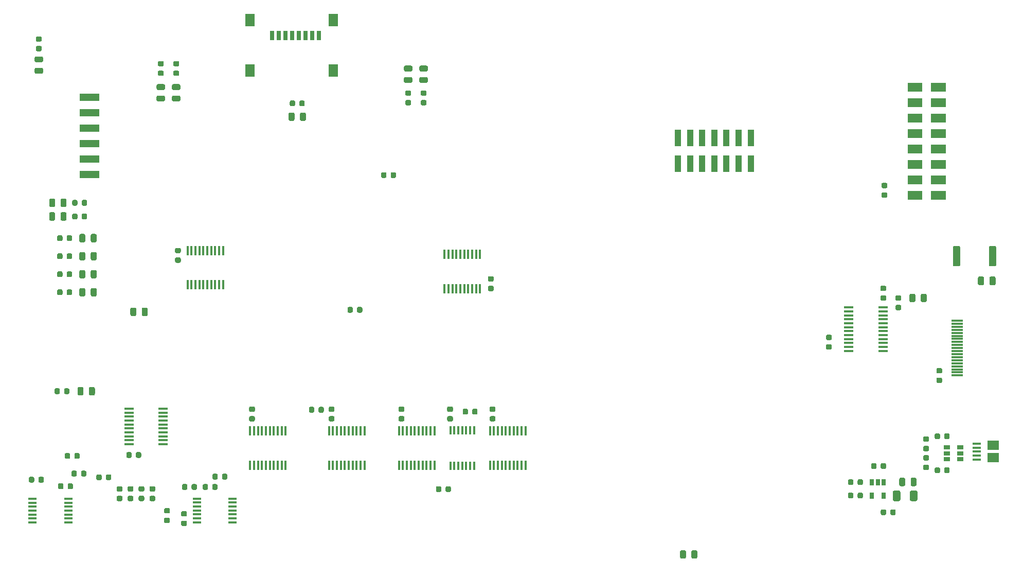
<source format=gbr>
G04 #@! TF.GenerationSoftware,KiCad,Pcbnew,5.1.9+dfsg1-1~bpo10+1*
G04 #@! TF.CreationDate,2022-11-13T14:05:17+01:00*
G04 #@! TF.ProjectId,nubus-to-ztex,6e756275-732d-4746-9f2d-7a7465782e6b,rev?*
G04 #@! TF.SameCoordinates,Original*
G04 #@! TF.FileFunction,Paste,Top*
G04 #@! TF.FilePolarity,Positive*
%FSLAX46Y46*%
G04 Gerber Fmt 4.6, Leading zero omitted, Abs format (unit mm)*
G04 Created by KiCad (PCBNEW 5.1.9+dfsg1-1~bpo10+1) date 2022-11-13 14:05:17*
%MOMM*%
%LPD*%
G01*
G04 APERTURE LIST*
%ADD10C,0.010000*%
%ADD11R,3.180000X1.270000*%
%ADD12R,2.240000X1.420010*%
%ADD13R,2.340000X1.420010*%
%ADD14R,1.000000X2.750000*%
%ADD15R,1.550000X0.450000*%
%ADD16R,0.450000X1.550000*%
%ADD17R,0.800000X1.500000*%
%ADD18R,1.500000X2.050000*%
%ADD19R,0.450000X1.450000*%
%ADD20R,1.450000X0.450000*%
%ADD21R,1.570000X0.410000*%
%ADD22R,1.900000X1.500000*%
%ADD23R,1.350000X0.400000*%
%ADD24R,0.650000X1.060000*%
%ADD25R,1.060000X0.650000*%
%ADD26R,1.900000X0.300000*%
G04 APERTURE END LIST*
D10*
G36*
X264031000Y-18399990D02*
G01*
X264031000Y-19820010D01*
X261691000Y-19820010D01*
X261691000Y-18399990D01*
X264031000Y-18399990D01*
G37*
X264031000Y-18399990D02*
X264031000Y-19820010D01*
X261691000Y-19820010D01*
X261691000Y-18399990D01*
X264031000Y-18399990D01*
G36*
X260120000Y-18399990D02*
G01*
X260120000Y-19820010D01*
X257880000Y-19820010D01*
X257880000Y-18399990D01*
X260120000Y-18399990D01*
G37*
X260120000Y-18399990D02*
X260120000Y-19820010D01*
X257880000Y-19820010D01*
X257880000Y-18399990D01*
X260120000Y-18399990D01*
G36*
X264031000Y-20939990D02*
G01*
X264031000Y-22360010D01*
X261691000Y-22360010D01*
X261691000Y-20939990D01*
X264031000Y-20939990D01*
G37*
X264031000Y-20939990D02*
X264031000Y-22360010D01*
X261691000Y-22360010D01*
X261691000Y-20939990D01*
X264031000Y-20939990D01*
G36*
X260120000Y-20939990D02*
G01*
X260120000Y-22360010D01*
X257880000Y-22360010D01*
X257880000Y-20939990D01*
X260120000Y-20939990D01*
G37*
X260120000Y-20939990D02*
X260120000Y-22360010D01*
X257880000Y-22360010D01*
X257880000Y-20939990D01*
X260120000Y-20939990D01*
G36*
X264031000Y-23479990D02*
G01*
X264031000Y-24900010D01*
X261691000Y-24900010D01*
X261691000Y-23479990D01*
X264031000Y-23479990D01*
G37*
X264031000Y-23479990D02*
X264031000Y-24900010D01*
X261691000Y-24900010D01*
X261691000Y-23479990D01*
X264031000Y-23479990D01*
G36*
X260120000Y-23479990D02*
G01*
X260120000Y-24900010D01*
X257880000Y-24900010D01*
X257880000Y-23479990D01*
X260120000Y-23479990D01*
G37*
X260120000Y-23479990D02*
X260120000Y-24900010D01*
X257880000Y-24900010D01*
X257880000Y-23479990D01*
X260120000Y-23479990D01*
G36*
X264031000Y-26019990D02*
G01*
X264031000Y-27440006D01*
X261691000Y-27440006D01*
X261691000Y-26019990D01*
X264031000Y-26019990D01*
G37*
X264031000Y-26019990D02*
X264031000Y-27440006D01*
X261691000Y-27440006D01*
X261691000Y-26019990D01*
X264031000Y-26019990D01*
G36*
X260120000Y-26019990D02*
G01*
X260120000Y-27440006D01*
X257880000Y-27440006D01*
X257880000Y-26019990D01*
X260120000Y-26019990D01*
G37*
X260120000Y-26019990D02*
X260120000Y-27440006D01*
X257880000Y-27440006D01*
X257880000Y-26019990D01*
X260120000Y-26019990D01*
G36*
X264031000Y-28559994D02*
G01*
X264031000Y-29980010D01*
X261691000Y-29980010D01*
X261691000Y-28559994D01*
X264031000Y-28559994D01*
G37*
X264031000Y-28559994D02*
X264031000Y-29980010D01*
X261691000Y-29980010D01*
X261691000Y-28559994D01*
X264031000Y-28559994D01*
G36*
X260120000Y-28559994D02*
G01*
X260120000Y-29980010D01*
X257880000Y-29980010D01*
X257880000Y-28559994D01*
X260120000Y-28559994D01*
G37*
X260120000Y-28559994D02*
X260120000Y-29980010D01*
X257880000Y-29980010D01*
X257880000Y-28559994D01*
X260120000Y-28559994D01*
G36*
X264031000Y-31099990D02*
G01*
X264031000Y-32520010D01*
X261691000Y-32520010D01*
X261691000Y-31099990D01*
X264031000Y-31099990D01*
G37*
X264031000Y-31099990D02*
X264031000Y-32520010D01*
X261691000Y-32520010D01*
X261691000Y-31099990D01*
X264031000Y-31099990D01*
G36*
X260120000Y-31099990D02*
G01*
X260120000Y-32520010D01*
X257880000Y-32520010D01*
X257880000Y-31099990D01*
X260120000Y-31099990D01*
G37*
X260120000Y-31099990D02*
X260120000Y-32520010D01*
X257880000Y-32520010D01*
X257880000Y-31099990D01*
X260120000Y-31099990D01*
G36*
X264031000Y-33639990D02*
G01*
X264031000Y-35060010D01*
X261691000Y-35060010D01*
X261691000Y-33639990D01*
X264031000Y-33639990D01*
G37*
X264031000Y-33639990D02*
X264031000Y-35060010D01*
X261691000Y-35060010D01*
X261691000Y-33639990D01*
X264031000Y-33639990D01*
G36*
X260120000Y-33639990D02*
G01*
X260120000Y-35060010D01*
X257880000Y-35060010D01*
X257880000Y-33639990D01*
X260120000Y-33639990D01*
G37*
X260120000Y-33639990D02*
X260120000Y-35060010D01*
X257880000Y-35060010D01*
X257880000Y-33639990D01*
X260120000Y-33639990D01*
G36*
X264031000Y-36179990D02*
G01*
X264031000Y-37600010D01*
X261691000Y-37600010D01*
X261691000Y-36179990D01*
X264031000Y-36179990D01*
G37*
X264031000Y-36179990D02*
X264031000Y-37600010D01*
X261691000Y-37600010D01*
X261691000Y-36179990D01*
X264031000Y-36179990D01*
G36*
X260120000Y-36179990D02*
G01*
X260120000Y-37600010D01*
X257880000Y-37600010D01*
X257880000Y-36179990D01*
X260120000Y-36179990D01*
G37*
X260120000Y-36179990D02*
X260120000Y-37600010D01*
X257880000Y-37600010D01*
X257880000Y-36179990D01*
X260120000Y-36179990D01*
G36*
G01*
X266487500Y-45505000D02*
X266487500Y-48355000D01*
G75*
G02*
X266237500Y-48605000I-250000J0D01*
G01*
X265512500Y-48605000D01*
G75*
G02*
X265262500Y-48355000I0J250000D01*
G01*
X265262500Y-45505000D01*
G75*
G02*
X265512500Y-45255000I250000J0D01*
G01*
X266237500Y-45255000D01*
G75*
G02*
X266487500Y-45505000I0J-250000D01*
G01*
G37*
G36*
G01*
X272412500Y-45505000D02*
X272412500Y-48355000D01*
G75*
G02*
X272162500Y-48605000I-250000J0D01*
G01*
X271437500Y-48605000D01*
G75*
G02*
X271187500Y-48355000I0J250000D01*
G01*
X271187500Y-45505000D01*
G75*
G02*
X271437500Y-45255000I250000J0D01*
G01*
X272162500Y-45255000D01*
G75*
G02*
X272412500Y-45505000I0J-250000D01*
G01*
G37*
G36*
G01*
X270400000Y-50525000D02*
X270400000Y-51475000D01*
G75*
G02*
X270150000Y-51725000I-250000J0D01*
G01*
X269650000Y-51725000D01*
G75*
G02*
X269400000Y-51475000I0J250000D01*
G01*
X269400000Y-50525000D01*
G75*
G02*
X269650000Y-50275000I250000J0D01*
G01*
X270150000Y-50275000D01*
G75*
G02*
X270400000Y-50525000I0J-250000D01*
G01*
G37*
G36*
G01*
X272300000Y-50525000D02*
X272300000Y-51475000D01*
G75*
G02*
X272050000Y-51725000I-250000J0D01*
G01*
X271550000Y-51725000D01*
G75*
G02*
X271300000Y-51475000I0J250000D01*
G01*
X271300000Y-50525000D01*
G75*
G02*
X271550000Y-50275000I250000J0D01*
G01*
X272050000Y-50275000D01*
G75*
G02*
X272300000Y-50525000I0J-250000D01*
G01*
G37*
D11*
X123136000Y-20828000D03*
X123136000Y-23368000D03*
X123136000Y-25908000D03*
X123136000Y-28448000D03*
X123136000Y-30988000D03*
X123136000Y-33528000D03*
D12*
X259000000Y-36890000D03*
D13*
X262861000Y-36890000D03*
D12*
X259000000Y-34350000D03*
D13*
X262861000Y-34350000D03*
D12*
X259000000Y-31810000D03*
D13*
X262861000Y-31810000D03*
D12*
X259000000Y-29270000D03*
D13*
X262861000Y-29270000D03*
D12*
X259000000Y-26730000D03*
D13*
X262861000Y-26730000D03*
D12*
X259000000Y-24190000D03*
D13*
X262861000Y-24190000D03*
D12*
X259000000Y-21650000D03*
D13*
X262861000Y-21650000D03*
D12*
X259000000Y-19110000D03*
D13*
X262861000Y-19110000D03*
D14*
X220000000Y-31720000D03*
X220000000Y-27460000D03*
X222000000Y-31720000D03*
X222000000Y-27460000D03*
X224000000Y-31720000D03*
X224000000Y-27460000D03*
X226000000Y-31720000D03*
X226000000Y-27460000D03*
X228000000Y-31720000D03*
X228000000Y-27460000D03*
X230000000Y-31720000D03*
X230000000Y-27460000D03*
X232000000Y-31720000D03*
X232000000Y-27460000D03*
G36*
G01*
X129215000Y-79896250D02*
X129215000Y-79383750D01*
G75*
G02*
X129433750Y-79165000I218750J0D01*
G01*
X129871250Y-79165000D01*
G75*
G02*
X130090000Y-79383750I0J-218750D01*
G01*
X130090000Y-79896250D01*
G75*
G02*
X129871250Y-80115000I-218750J0D01*
G01*
X129433750Y-80115000D01*
G75*
G02*
X129215000Y-79896250I0J218750D01*
G01*
G37*
G36*
G01*
X130790000Y-79896250D02*
X130790000Y-79383750D01*
G75*
G02*
X131008750Y-79165000I218750J0D01*
G01*
X131446250Y-79165000D01*
G75*
G02*
X131665000Y-79383750I0J-218750D01*
G01*
X131665000Y-79896250D01*
G75*
G02*
X131446250Y-80115000I-218750J0D01*
G01*
X131008750Y-80115000D01*
G75*
G02*
X130790000Y-79896250I0J218750D01*
G01*
G37*
D15*
X135250000Y-77865000D03*
X135250000Y-77215000D03*
X135250000Y-76565000D03*
X135250000Y-75915000D03*
X135250000Y-75265000D03*
X135250000Y-74615000D03*
X135250000Y-73965000D03*
X135250000Y-73315000D03*
X135250000Y-72665000D03*
X135250000Y-72015000D03*
X129650000Y-72015000D03*
X129650000Y-72665000D03*
X129650000Y-73315000D03*
X129650000Y-73965000D03*
X129650000Y-74615000D03*
X129650000Y-75265000D03*
X129650000Y-75915000D03*
X129650000Y-76565000D03*
X129650000Y-77215000D03*
X129650000Y-77865000D03*
G36*
G01*
X189467621Y-52687953D02*
X188955121Y-52687953D01*
G75*
G02*
X188736371Y-52469203I0J218750D01*
G01*
X188736371Y-52031703D01*
G75*
G02*
X188955121Y-51812953I218750J0D01*
G01*
X189467621Y-51812953D01*
G75*
G02*
X189686371Y-52031703I0J-218750D01*
G01*
X189686371Y-52469203D01*
G75*
G02*
X189467621Y-52687953I-218750J0D01*
G01*
G37*
G36*
G01*
X189467621Y-51112953D02*
X188955121Y-51112953D01*
G75*
G02*
X188736371Y-50894203I0J218750D01*
G01*
X188736371Y-50456703D01*
G75*
G02*
X188955121Y-50237953I218750J0D01*
G01*
X189467621Y-50237953D01*
G75*
G02*
X189686371Y-50456703I0J-218750D01*
G01*
X189686371Y-50894203D01*
G75*
G02*
X189467621Y-51112953I-218750J0D01*
G01*
G37*
D16*
X187436371Y-46662953D03*
X186786371Y-46662953D03*
X186136371Y-46662953D03*
X185486371Y-46662953D03*
X184836371Y-46662953D03*
X184186371Y-46662953D03*
X183536371Y-46662953D03*
X182886371Y-46662953D03*
X182236371Y-46662953D03*
X181586371Y-46662953D03*
X181586371Y-52262953D03*
X182236371Y-52262953D03*
X182886371Y-52262953D03*
X183536371Y-52262953D03*
X184186371Y-52262953D03*
X184836371Y-52262953D03*
X185486371Y-52262953D03*
X186136371Y-52262953D03*
X186786371Y-52262953D03*
X187436371Y-52262953D03*
G36*
G01*
X254256250Y-37327500D02*
X253743750Y-37327500D01*
G75*
G02*
X253525000Y-37108750I0J218750D01*
G01*
X253525000Y-36671250D01*
G75*
G02*
X253743750Y-36452500I218750J0D01*
G01*
X254256250Y-36452500D01*
G75*
G02*
X254475000Y-36671250I0J-218750D01*
G01*
X254475000Y-37108750D01*
G75*
G02*
X254256250Y-37327500I-218750J0D01*
G01*
G37*
G36*
G01*
X254256250Y-35752500D02*
X253743750Y-35752500D01*
G75*
G02*
X253525000Y-35533750I0J218750D01*
G01*
X253525000Y-35096250D01*
G75*
G02*
X253743750Y-34877500I218750J0D01*
G01*
X254256250Y-34877500D01*
G75*
G02*
X254475000Y-35096250I0J-218750D01*
G01*
X254475000Y-35533750D01*
G75*
G02*
X254256250Y-35752500I-218750J0D01*
G01*
G37*
G36*
G01*
X137866250Y-21485293D02*
X136953750Y-21485293D01*
G75*
G02*
X136710000Y-21241543I0J243750D01*
G01*
X136710000Y-20754043D01*
G75*
G02*
X136953750Y-20510293I243750J0D01*
G01*
X137866250Y-20510293D01*
G75*
G02*
X138110000Y-20754043I0J-243750D01*
G01*
X138110000Y-21241543D01*
G75*
G02*
X137866250Y-21485293I-243750J0D01*
G01*
G37*
G36*
G01*
X137866250Y-19610293D02*
X136953750Y-19610293D01*
G75*
G02*
X136710000Y-19366543I0J243750D01*
G01*
X136710000Y-18879043D01*
G75*
G02*
X136953750Y-18635293I243750J0D01*
G01*
X137866250Y-18635293D01*
G75*
G02*
X138110000Y-18879043I0J-243750D01*
G01*
X138110000Y-19366543D01*
G75*
G02*
X137866250Y-19610293I-243750J0D01*
G01*
G37*
G36*
G01*
X135336250Y-19610293D02*
X134423750Y-19610293D01*
G75*
G02*
X134180000Y-19366543I0J243750D01*
G01*
X134180000Y-18879043D01*
G75*
G02*
X134423750Y-18635293I243750J0D01*
G01*
X135336250Y-18635293D01*
G75*
G02*
X135580000Y-18879043I0J-243750D01*
G01*
X135580000Y-19366543D01*
G75*
G02*
X135336250Y-19610293I-243750J0D01*
G01*
G37*
G36*
G01*
X135336250Y-21485293D02*
X134423750Y-21485293D01*
G75*
G02*
X134180000Y-21241543I0J243750D01*
G01*
X134180000Y-20754043D01*
G75*
G02*
X134423750Y-20510293I243750J0D01*
G01*
X135336250Y-20510293D01*
G75*
G02*
X135580000Y-20754043I0J-243750D01*
G01*
X135580000Y-21241543D01*
G75*
G02*
X135336250Y-21485293I-243750J0D01*
G01*
G37*
G36*
G01*
X124035000Y-68693750D02*
X124035000Y-69606250D01*
G75*
G02*
X123791250Y-69850000I-243750J0D01*
G01*
X123303750Y-69850000D01*
G75*
G02*
X123060000Y-69606250I0J243750D01*
G01*
X123060000Y-68693750D01*
G75*
G02*
X123303750Y-68450000I243750J0D01*
G01*
X123791250Y-68450000D01*
G75*
G02*
X124035000Y-68693750I0J-243750D01*
G01*
G37*
G36*
G01*
X122160000Y-68693750D02*
X122160000Y-69606250D01*
G75*
G02*
X121916250Y-69850000I-243750J0D01*
G01*
X121428750Y-69850000D01*
G75*
G02*
X121185000Y-69606250I0J243750D01*
G01*
X121185000Y-68693750D01*
G75*
G02*
X121428750Y-68450000I243750J0D01*
G01*
X121916250Y-68450000D01*
G75*
G02*
X122160000Y-68693750I0J-243750D01*
G01*
G37*
G36*
G01*
X177687939Y-17461035D02*
X178600439Y-17461035D01*
G75*
G02*
X178844189Y-17704785I0J-243750D01*
G01*
X178844189Y-18192285D01*
G75*
G02*
X178600439Y-18436035I-243750J0D01*
G01*
X177687939Y-18436035D01*
G75*
G02*
X177444189Y-18192285I0J243750D01*
G01*
X177444189Y-17704785D01*
G75*
G02*
X177687939Y-17461035I243750J0D01*
G01*
G37*
G36*
G01*
X177687939Y-15586035D02*
X178600439Y-15586035D01*
G75*
G02*
X178844189Y-15829785I0J-243750D01*
G01*
X178844189Y-16317285D01*
G75*
G02*
X178600439Y-16561035I-243750J0D01*
G01*
X177687939Y-16561035D01*
G75*
G02*
X177444189Y-16317285I0J243750D01*
G01*
X177444189Y-15829785D01*
G75*
G02*
X177687939Y-15586035I243750J0D01*
G01*
G37*
G36*
G01*
X175147939Y-15586035D02*
X176060439Y-15586035D01*
G75*
G02*
X176304189Y-15829785I0J-243750D01*
G01*
X176304189Y-16317285D01*
G75*
G02*
X176060439Y-16561035I-243750J0D01*
G01*
X175147939Y-16561035D01*
G75*
G02*
X174904189Y-16317285I0J243750D01*
G01*
X174904189Y-15829785D01*
G75*
G02*
X175147939Y-15586035I243750J0D01*
G01*
G37*
G36*
G01*
X175147939Y-17461035D02*
X176060439Y-17461035D01*
G75*
G02*
X176304189Y-17704785I0J-243750D01*
G01*
X176304189Y-18192285D01*
G75*
G02*
X176060439Y-18436035I-243750J0D01*
G01*
X175147939Y-18436035D01*
G75*
G02*
X174904189Y-18192285I0J243750D01*
G01*
X174904189Y-17704785D01*
G75*
G02*
X175147939Y-17461035I243750J0D01*
G01*
G37*
G36*
G01*
X134623750Y-14835293D02*
X135136250Y-14835293D01*
G75*
G02*
X135355000Y-15054043I0J-218750D01*
G01*
X135355000Y-15491543D01*
G75*
G02*
X135136250Y-15710293I-218750J0D01*
G01*
X134623750Y-15710293D01*
G75*
G02*
X134405000Y-15491543I0J218750D01*
G01*
X134405000Y-15054043D01*
G75*
G02*
X134623750Y-14835293I218750J0D01*
G01*
G37*
G36*
G01*
X134623750Y-16410293D02*
X135136250Y-16410293D01*
G75*
G02*
X135355000Y-16629043I0J-218750D01*
G01*
X135355000Y-17066543D01*
G75*
G02*
X135136250Y-17285293I-218750J0D01*
G01*
X134623750Y-17285293D01*
G75*
G02*
X134405000Y-17066543I0J218750D01*
G01*
X134405000Y-16629043D01*
G75*
G02*
X134623750Y-16410293I218750J0D01*
G01*
G37*
G36*
G01*
X137163750Y-16410293D02*
X137676250Y-16410293D01*
G75*
G02*
X137895000Y-16629043I0J-218750D01*
G01*
X137895000Y-17066543D01*
G75*
G02*
X137676250Y-17285293I-218750J0D01*
G01*
X137163750Y-17285293D01*
G75*
G02*
X136945000Y-17066543I0J218750D01*
G01*
X136945000Y-16629043D01*
G75*
G02*
X137163750Y-16410293I218750J0D01*
G01*
G37*
G36*
G01*
X137163750Y-14835293D02*
X137676250Y-14835293D01*
G75*
G02*
X137895000Y-15054043I0J-218750D01*
G01*
X137895000Y-15491543D01*
G75*
G02*
X137676250Y-15710293I-218750J0D01*
G01*
X137163750Y-15710293D01*
G75*
G02*
X136945000Y-15491543I0J218750D01*
G01*
X136945000Y-15054043D01*
G75*
G02*
X137163750Y-14835293I218750J0D01*
G01*
G37*
G36*
G01*
X117385000Y-69406250D02*
X117385000Y-68893750D01*
G75*
G02*
X117603750Y-68675000I218750J0D01*
G01*
X118041250Y-68675000D01*
G75*
G02*
X118260000Y-68893750I0J-218750D01*
G01*
X118260000Y-69406250D01*
G75*
G02*
X118041250Y-69625000I-218750J0D01*
G01*
X117603750Y-69625000D01*
G75*
G02*
X117385000Y-69406250I0J218750D01*
G01*
G37*
G36*
G01*
X118960000Y-69406250D02*
X118960000Y-68893750D01*
G75*
G02*
X119178750Y-68675000I218750J0D01*
G01*
X119616250Y-68675000D01*
G75*
G02*
X119835000Y-68893750I0J-218750D01*
G01*
X119835000Y-69406250D01*
G75*
G02*
X119616250Y-69625000I-218750J0D01*
G01*
X119178750Y-69625000D01*
G75*
G02*
X118960000Y-69406250I0J218750D01*
G01*
G37*
G36*
G01*
X178400439Y-20541035D02*
X177887939Y-20541035D01*
G75*
G02*
X177669189Y-20322285I0J218750D01*
G01*
X177669189Y-19884785D01*
G75*
G02*
X177887939Y-19666035I218750J0D01*
G01*
X178400439Y-19666035D01*
G75*
G02*
X178619189Y-19884785I0J-218750D01*
G01*
X178619189Y-20322285D01*
G75*
G02*
X178400439Y-20541035I-218750J0D01*
G01*
G37*
G36*
G01*
X178400439Y-22116035D02*
X177887939Y-22116035D01*
G75*
G02*
X177669189Y-21897285I0J218750D01*
G01*
X177669189Y-21459785D01*
G75*
G02*
X177887939Y-21241035I218750J0D01*
G01*
X178400439Y-21241035D01*
G75*
G02*
X178619189Y-21459785I0J-218750D01*
G01*
X178619189Y-21897285D01*
G75*
G02*
X178400439Y-22116035I-218750J0D01*
G01*
G37*
G36*
G01*
X175860439Y-22116035D02*
X175347939Y-22116035D01*
G75*
G02*
X175129189Y-21897285I0J218750D01*
G01*
X175129189Y-21459785D01*
G75*
G02*
X175347939Y-21241035I218750J0D01*
G01*
X175860439Y-21241035D01*
G75*
G02*
X176079189Y-21459785I0J-218750D01*
G01*
X176079189Y-21897285D01*
G75*
G02*
X175860439Y-22116035I-218750J0D01*
G01*
G37*
G36*
G01*
X175860439Y-20541035D02*
X175347939Y-20541035D01*
G75*
G02*
X175129189Y-20322285I0J218750D01*
G01*
X175129189Y-19884785D01*
G75*
G02*
X175347939Y-19666035I218750J0D01*
G01*
X175860439Y-19666035D01*
G75*
G02*
X176079189Y-19884785I0J-218750D01*
G01*
X176079189Y-20322285D01*
G75*
G02*
X175860439Y-20541035I-218750J0D01*
G01*
G37*
X139275000Y-51600000D03*
X139925000Y-51600000D03*
X140575000Y-51600000D03*
X141225000Y-51600000D03*
X141875000Y-51600000D03*
X142525000Y-51600000D03*
X143175000Y-51600000D03*
X143825000Y-51600000D03*
X144475000Y-51600000D03*
X145125000Y-51600000D03*
X145125000Y-46000000D03*
X144475000Y-46000000D03*
X143825000Y-46000000D03*
X143175000Y-46000000D03*
X142525000Y-46000000D03*
X141875000Y-46000000D03*
X141225000Y-46000000D03*
X140575000Y-46000000D03*
X139925000Y-46000000D03*
X139275000Y-46000000D03*
G36*
G01*
X156115000Y-22056250D02*
X156115000Y-21543750D01*
G75*
G02*
X156333750Y-21325000I218750J0D01*
G01*
X156771250Y-21325000D01*
G75*
G02*
X156990000Y-21543750I0J-218750D01*
G01*
X156990000Y-22056250D01*
G75*
G02*
X156771250Y-22275000I-218750J0D01*
G01*
X156333750Y-22275000D01*
G75*
G02*
X156115000Y-22056250I0J218750D01*
G01*
G37*
G36*
G01*
X157690000Y-22056250D02*
X157690000Y-21543750D01*
G75*
G02*
X157908750Y-21325000I218750J0D01*
G01*
X158346250Y-21325000D01*
G75*
G02*
X158565000Y-21543750I0J-218750D01*
G01*
X158565000Y-22056250D01*
G75*
G02*
X158346250Y-22275000I-218750J0D01*
G01*
X157908750Y-22275000D01*
G75*
G02*
X157690000Y-22056250I0J218750D01*
G01*
G37*
G36*
G01*
X155915000Y-24456250D02*
X155915000Y-23543750D01*
G75*
G02*
X156158750Y-23300000I243750J0D01*
G01*
X156646250Y-23300000D01*
G75*
G02*
X156890000Y-23543750I0J-243750D01*
G01*
X156890000Y-24456250D01*
G75*
G02*
X156646250Y-24700000I-243750J0D01*
G01*
X156158750Y-24700000D01*
G75*
G02*
X155915000Y-24456250I0J243750D01*
G01*
G37*
G36*
G01*
X157790000Y-24456250D02*
X157790000Y-23543750D01*
G75*
G02*
X158033750Y-23300000I243750J0D01*
G01*
X158521250Y-23300000D01*
G75*
G02*
X158765000Y-23543750I0J-243750D01*
G01*
X158765000Y-24456250D01*
G75*
G02*
X158521250Y-24700000I-243750J0D01*
G01*
X158033750Y-24700000D01*
G75*
G02*
X157790000Y-24456250I0J243750D01*
G01*
G37*
D17*
X153230000Y-10680000D03*
X154330000Y-10680000D03*
X155430000Y-10680000D03*
X156530000Y-10680000D03*
X157630000Y-10680000D03*
X158730000Y-10680000D03*
X159830000Y-10680000D03*
X160930000Y-10680000D03*
D18*
X149555000Y-8080000D03*
X149555000Y-16380000D03*
X163305000Y-16380000D03*
X163305000Y-8080000D03*
G36*
G01*
X137443750Y-45575000D02*
X137956250Y-45575000D01*
G75*
G02*
X138175000Y-45793750I0J-218750D01*
G01*
X138175000Y-46231250D01*
G75*
G02*
X137956250Y-46450000I-218750J0D01*
G01*
X137443750Y-46450000D01*
G75*
G02*
X137225000Y-46231250I0J218750D01*
G01*
X137225000Y-45793750D01*
G75*
G02*
X137443750Y-45575000I218750J0D01*
G01*
G37*
G36*
G01*
X137443750Y-47150000D02*
X137956250Y-47150000D01*
G75*
G02*
X138175000Y-47368750I0J-218750D01*
G01*
X138175000Y-47806250D01*
G75*
G02*
X137956250Y-48025000I-218750J0D01*
G01*
X137443750Y-48025000D01*
G75*
G02*
X137225000Y-47806250I0J218750D01*
G01*
X137225000Y-47368750D01*
G75*
G02*
X137443750Y-47150000I218750J0D01*
G01*
G37*
G36*
G01*
X114050000Y-83443750D02*
X114050000Y-83956250D01*
G75*
G02*
X113831250Y-84175000I-218750J0D01*
G01*
X113393750Y-84175000D01*
G75*
G02*
X113175000Y-83956250I0J218750D01*
G01*
X113175000Y-83443750D01*
G75*
G02*
X113393750Y-83225000I218750J0D01*
G01*
X113831250Y-83225000D01*
G75*
G02*
X114050000Y-83443750I0J-218750D01*
G01*
G37*
G36*
G01*
X115625000Y-83443750D02*
X115625000Y-83956250D01*
G75*
G02*
X115406250Y-84175000I-218750J0D01*
G01*
X114968750Y-84175000D01*
G75*
G02*
X114750000Y-83956250I0J218750D01*
G01*
X114750000Y-83443750D01*
G75*
G02*
X114968750Y-83225000I218750J0D01*
G01*
X115406250Y-83225000D01*
G75*
G02*
X115625000Y-83443750I0J-218750D01*
G01*
G37*
G36*
G01*
X119075000Y-80056250D02*
X119075000Y-79543750D01*
G75*
G02*
X119293750Y-79325000I218750J0D01*
G01*
X119731250Y-79325000D01*
G75*
G02*
X119950000Y-79543750I0J-218750D01*
G01*
X119950000Y-80056250D01*
G75*
G02*
X119731250Y-80275000I-218750J0D01*
G01*
X119293750Y-80275000D01*
G75*
G02*
X119075000Y-80056250I0J218750D01*
G01*
G37*
G36*
G01*
X120650000Y-80056250D02*
X120650000Y-79543750D01*
G75*
G02*
X120868750Y-79325000I218750J0D01*
G01*
X121306250Y-79325000D01*
G75*
G02*
X121525000Y-79543750I0J-218750D01*
G01*
X121525000Y-80056250D01*
G75*
G02*
X121306250Y-80275000I-218750J0D01*
G01*
X120868750Y-80275000D01*
G75*
G02*
X120650000Y-80056250I0J218750D01*
G01*
G37*
G36*
G01*
X125150000Y-83043750D02*
X125150000Y-83556250D01*
G75*
G02*
X124931250Y-83775000I-218750J0D01*
G01*
X124493750Y-83775000D01*
G75*
G02*
X124275000Y-83556250I0J218750D01*
G01*
X124275000Y-83043750D01*
G75*
G02*
X124493750Y-82825000I218750J0D01*
G01*
X124931250Y-82825000D01*
G75*
G02*
X125150000Y-83043750I0J-218750D01*
G01*
G37*
G36*
G01*
X126725000Y-83043750D02*
X126725000Y-83556250D01*
G75*
G02*
X126506250Y-83775000I-218750J0D01*
G01*
X126068750Y-83775000D01*
G75*
G02*
X125850000Y-83556250I0J218750D01*
G01*
X125850000Y-83043750D01*
G75*
G02*
X126068750Y-82825000I218750J0D01*
G01*
X126506250Y-82825000D01*
G75*
G02*
X126725000Y-83043750I0J-218750D01*
G01*
G37*
G36*
G01*
X120175000Y-82956250D02*
X120175000Y-82443750D01*
G75*
G02*
X120393750Y-82225000I218750J0D01*
G01*
X120831250Y-82225000D01*
G75*
G02*
X121050000Y-82443750I0J-218750D01*
G01*
X121050000Y-82956250D01*
G75*
G02*
X120831250Y-83175000I-218750J0D01*
G01*
X120393750Y-83175000D01*
G75*
G02*
X120175000Y-82956250I0J218750D01*
G01*
G37*
G36*
G01*
X121750000Y-82956250D02*
X121750000Y-82443750D01*
G75*
G02*
X121968750Y-82225000I218750J0D01*
G01*
X122406250Y-82225000D01*
G75*
G02*
X122625000Y-82443750I0J-218750D01*
G01*
X122625000Y-82956250D01*
G75*
G02*
X122406250Y-83175000I-218750J0D01*
G01*
X121968750Y-83175000D01*
G75*
G02*
X121750000Y-82956250I0J218750D01*
G01*
G37*
G36*
G01*
X181762661Y-85511747D02*
X181762661Y-84999247D01*
G75*
G02*
X181981411Y-84780497I218750J0D01*
G01*
X182418911Y-84780497D01*
G75*
G02*
X182637661Y-84999247I0J-218750D01*
G01*
X182637661Y-85511747D01*
G75*
G02*
X182418911Y-85730497I-218750J0D01*
G01*
X181981411Y-85730497D01*
G75*
G02*
X181762661Y-85511747I0J218750D01*
G01*
G37*
G36*
G01*
X180187661Y-85511747D02*
X180187661Y-84999247D01*
G75*
G02*
X180406411Y-84780497I218750J0D01*
G01*
X180843911Y-84780497D01*
G75*
G02*
X181062661Y-84999247I0J-218750D01*
G01*
X181062661Y-85511747D01*
G75*
G02*
X180843911Y-85730497I-218750J0D01*
G01*
X180406411Y-85730497D01*
G75*
G02*
X180187661Y-85511747I0J218750D01*
G01*
G37*
G36*
G01*
X187025000Y-72243750D02*
X187025000Y-72756250D01*
G75*
G02*
X186806250Y-72975000I-218750J0D01*
G01*
X186368750Y-72975000D01*
G75*
G02*
X186150000Y-72756250I0J218750D01*
G01*
X186150000Y-72243750D01*
G75*
G02*
X186368750Y-72025000I218750J0D01*
G01*
X186806250Y-72025000D01*
G75*
G02*
X187025000Y-72243750I0J-218750D01*
G01*
G37*
G36*
G01*
X185450000Y-72243750D02*
X185450000Y-72756250D01*
G75*
G02*
X185231250Y-72975000I-218750J0D01*
G01*
X184793750Y-72975000D01*
G75*
G02*
X184575000Y-72756250I0J218750D01*
G01*
X184575000Y-72243750D01*
G75*
G02*
X184793750Y-72025000I218750J0D01*
G01*
X185231250Y-72025000D01*
G75*
G02*
X185450000Y-72243750I0J-218750D01*
G01*
G37*
G36*
G01*
X142650000Y-84643750D02*
X142650000Y-85156250D01*
G75*
G02*
X142431250Y-85375000I-218750J0D01*
G01*
X141993750Y-85375000D01*
G75*
G02*
X141775000Y-85156250I0J218750D01*
G01*
X141775000Y-84643750D01*
G75*
G02*
X141993750Y-84425000I218750J0D01*
G01*
X142431250Y-84425000D01*
G75*
G02*
X142650000Y-84643750I0J-218750D01*
G01*
G37*
G36*
G01*
X144225000Y-84643750D02*
X144225000Y-85156250D01*
G75*
G02*
X144006250Y-85375000I-218750J0D01*
G01*
X143568750Y-85375000D01*
G75*
G02*
X143350000Y-85156250I0J218750D01*
G01*
X143350000Y-84643750D01*
G75*
G02*
X143568750Y-84425000I218750J0D01*
G01*
X144006250Y-84425000D01*
G75*
G02*
X144225000Y-84643750I0J-218750D01*
G01*
G37*
G36*
G01*
X143375000Y-83456250D02*
X143375000Y-82943750D01*
G75*
G02*
X143593750Y-82725000I218750J0D01*
G01*
X144031250Y-82725000D01*
G75*
G02*
X144250000Y-82943750I0J-218750D01*
G01*
X144250000Y-83456250D01*
G75*
G02*
X144031250Y-83675000I-218750J0D01*
G01*
X143593750Y-83675000D01*
G75*
G02*
X143375000Y-83456250I0J218750D01*
G01*
G37*
G36*
G01*
X144950000Y-83456250D02*
X144950000Y-82943750D01*
G75*
G02*
X145168750Y-82725000I218750J0D01*
G01*
X145606250Y-82725000D01*
G75*
G02*
X145825000Y-82943750I0J-218750D01*
G01*
X145825000Y-83456250D01*
G75*
G02*
X145606250Y-83675000I-218750J0D01*
G01*
X145168750Y-83675000D01*
G75*
G02*
X144950000Y-83456250I0J218750D01*
G01*
G37*
G36*
G01*
X136156250Y-89250000D02*
X135643750Y-89250000D01*
G75*
G02*
X135425000Y-89031250I0J218750D01*
G01*
X135425000Y-88593750D01*
G75*
G02*
X135643750Y-88375000I218750J0D01*
G01*
X136156250Y-88375000D01*
G75*
G02*
X136375000Y-88593750I0J-218750D01*
G01*
X136375000Y-89031250D01*
G75*
G02*
X136156250Y-89250000I-218750J0D01*
G01*
G37*
G36*
G01*
X136156250Y-90825000D02*
X135643750Y-90825000D01*
G75*
G02*
X135425000Y-90606250I0J218750D01*
G01*
X135425000Y-90168750D01*
G75*
G02*
X135643750Y-89950000I218750J0D01*
G01*
X136156250Y-89950000D01*
G75*
G02*
X136375000Y-90168750I0J-218750D01*
G01*
X136375000Y-90606250D01*
G75*
G02*
X136156250Y-90825000I-218750J0D01*
G01*
G37*
G36*
G01*
X140825000Y-84643750D02*
X140825000Y-85156250D01*
G75*
G02*
X140606250Y-85375000I-218750J0D01*
G01*
X140168750Y-85375000D01*
G75*
G02*
X139950000Y-85156250I0J218750D01*
G01*
X139950000Y-84643750D01*
G75*
G02*
X140168750Y-84425000I218750J0D01*
G01*
X140606250Y-84425000D01*
G75*
G02*
X140825000Y-84643750I0J-218750D01*
G01*
G37*
G36*
G01*
X139250000Y-84643750D02*
X139250000Y-85156250D01*
G75*
G02*
X139031250Y-85375000I-218750J0D01*
G01*
X138593750Y-85375000D01*
G75*
G02*
X138375000Y-85156250I0J218750D01*
G01*
X138375000Y-84643750D01*
G75*
G02*
X138593750Y-84425000I218750J0D01*
G01*
X139031250Y-84425000D01*
G75*
G02*
X139250000Y-84643750I0J-218750D01*
G01*
G37*
G36*
G01*
X129875000Y-56556250D02*
X129875000Y-55643750D01*
G75*
G02*
X130118750Y-55400000I243750J0D01*
G01*
X130606250Y-55400000D01*
G75*
G02*
X130850000Y-55643750I0J-243750D01*
G01*
X130850000Y-56556250D01*
G75*
G02*
X130606250Y-56800000I-243750J0D01*
G01*
X130118750Y-56800000D01*
G75*
G02*
X129875000Y-56556250I0J243750D01*
G01*
G37*
G36*
G01*
X131750000Y-56556250D02*
X131750000Y-55643750D01*
G75*
G02*
X131993750Y-55400000I243750J0D01*
G01*
X132481250Y-55400000D01*
G75*
G02*
X132725000Y-55643750I0J-243750D01*
G01*
X132725000Y-56556250D01*
G75*
G02*
X132481250Y-56800000I-243750J0D01*
G01*
X131993750Y-56800000D01*
G75*
G02*
X131750000Y-56556250I0J243750D01*
G01*
G37*
G36*
G01*
X115256250Y-16925000D02*
X114343750Y-16925000D01*
G75*
G02*
X114100000Y-16681250I0J243750D01*
G01*
X114100000Y-16193750D01*
G75*
G02*
X114343750Y-15950000I243750J0D01*
G01*
X115256250Y-15950000D01*
G75*
G02*
X115500000Y-16193750I0J-243750D01*
G01*
X115500000Y-16681250D01*
G75*
G02*
X115256250Y-16925000I-243750J0D01*
G01*
G37*
G36*
G01*
X115256250Y-15050000D02*
X114343750Y-15050000D01*
G75*
G02*
X114100000Y-14806250I0J243750D01*
G01*
X114100000Y-14318750D01*
G75*
G02*
X114343750Y-14075000I243750J0D01*
G01*
X115256250Y-14075000D01*
G75*
G02*
X115500000Y-14318750I0J-243750D01*
G01*
X115500000Y-14806250D01*
G75*
G02*
X115256250Y-15050000I-243750J0D01*
G01*
G37*
G36*
G01*
X114543750Y-10775000D02*
X115056250Y-10775000D01*
G75*
G02*
X115275000Y-10993750I0J-218750D01*
G01*
X115275000Y-11431250D01*
G75*
G02*
X115056250Y-11650000I-218750J0D01*
G01*
X114543750Y-11650000D01*
G75*
G02*
X114325000Y-11431250I0J218750D01*
G01*
X114325000Y-10993750D01*
G75*
G02*
X114543750Y-10775000I218750J0D01*
G01*
G37*
G36*
G01*
X114543750Y-12350000D02*
X115056250Y-12350000D01*
G75*
G02*
X115275000Y-12568750I0J-218750D01*
G01*
X115275000Y-13006250D01*
G75*
G02*
X115056250Y-13225000I-218750J0D01*
G01*
X114543750Y-13225000D01*
G75*
G02*
X114325000Y-13006250I0J218750D01*
G01*
X114325000Y-12568750D01*
G75*
G02*
X114543750Y-12350000I218750J0D01*
G01*
G37*
G36*
G01*
X182756250Y-74125000D02*
X182243750Y-74125000D01*
G75*
G02*
X182025000Y-73906250I0J218750D01*
G01*
X182025000Y-73468750D01*
G75*
G02*
X182243750Y-73250000I218750J0D01*
G01*
X182756250Y-73250000D01*
G75*
G02*
X182975000Y-73468750I0J-218750D01*
G01*
X182975000Y-73906250D01*
G75*
G02*
X182756250Y-74125000I-218750J0D01*
G01*
G37*
G36*
G01*
X182756250Y-72550000D02*
X182243750Y-72550000D01*
G75*
G02*
X182025000Y-72331250I0J218750D01*
G01*
X182025000Y-71893750D01*
G75*
G02*
X182243750Y-71675000I218750J0D01*
G01*
X182756250Y-71675000D01*
G75*
G02*
X182975000Y-71893750I0J-218750D01*
G01*
X182975000Y-72331250D01*
G75*
G02*
X182756250Y-72550000I-218750J0D01*
G01*
G37*
D19*
X182550000Y-81450000D03*
X183200000Y-81450000D03*
X183850000Y-81450000D03*
X184500000Y-81450000D03*
X185150000Y-81450000D03*
X185800000Y-81450000D03*
X186450000Y-81450000D03*
X186450000Y-75550000D03*
X185800000Y-75550000D03*
X185150000Y-75550000D03*
X184500000Y-75550000D03*
X183850000Y-75550000D03*
X183200000Y-75550000D03*
X182550000Y-75550000D03*
D16*
X162575000Y-81300000D03*
X163225000Y-81300000D03*
X163875000Y-81300000D03*
X164525000Y-81300000D03*
X165175000Y-81300000D03*
X165825000Y-81300000D03*
X166475000Y-81300000D03*
X167125000Y-81300000D03*
X167775000Y-81300000D03*
X168425000Y-81300000D03*
X168425000Y-75700000D03*
X167775000Y-75700000D03*
X167125000Y-75700000D03*
X166475000Y-75700000D03*
X165825000Y-75700000D03*
X165175000Y-75700000D03*
X164525000Y-75700000D03*
X163875000Y-75700000D03*
X163225000Y-75700000D03*
X162575000Y-75700000D03*
X189075000Y-75700000D03*
X189725000Y-75700000D03*
X190375000Y-75700000D03*
X191025000Y-75700000D03*
X191675000Y-75700000D03*
X192325000Y-75700000D03*
X192975000Y-75700000D03*
X193625000Y-75700000D03*
X194275000Y-75700000D03*
X194925000Y-75700000D03*
X194925000Y-81300000D03*
X194275000Y-81300000D03*
X193625000Y-81300000D03*
X192975000Y-81300000D03*
X192325000Y-81300000D03*
X191675000Y-81300000D03*
X191025000Y-81300000D03*
X190375000Y-81300000D03*
X189725000Y-81300000D03*
X189075000Y-81300000D03*
X174075000Y-81300000D03*
X174725000Y-81300000D03*
X175375000Y-81300000D03*
X176025000Y-81300000D03*
X176675000Y-81300000D03*
X177325000Y-81300000D03*
X177975000Y-81300000D03*
X178625000Y-81300000D03*
X179275000Y-81300000D03*
X179925000Y-81300000D03*
X179925000Y-75700000D03*
X179275000Y-75700000D03*
X178625000Y-75700000D03*
X177975000Y-75700000D03*
X177325000Y-75700000D03*
X176675000Y-75700000D03*
X176025000Y-75700000D03*
X175375000Y-75700000D03*
X174725000Y-75700000D03*
X174075000Y-75700000D03*
X149575000Y-81300000D03*
X150225000Y-81300000D03*
X150875000Y-81300000D03*
X151525000Y-81300000D03*
X152175000Y-81300000D03*
X152825000Y-81300000D03*
X153475000Y-81300000D03*
X154125000Y-81300000D03*
X154775000Y-81300000D03*
X155425000Y-81300000D03*
X155425000Y-75700000D03*
X154775000Y-75700000D03*
X154125000Y-75700000D03*
X153475000Y-75700000D03*
X152825000Y-75700000D03*
X152175000Y-75700000D03*
X151525000Y-75700000D03*
X150875000Y-75700000D03*
X150225000Y-75700000D03*
X149575000Y-75700000D03*
G36*
G01*
X120425000Y-84523750D02*
X120425000Y-85036250D01*
G75*
G02*
X120206250Y-85255000I-218750J0D01*
G01*
X119768750Y-85255000D01*
G75*
G02*
X119550000Y-85036250I0J218750D01*
G01*
X119550000Y-84523750D01*
G75*
G02*
X119768750Y-84305000I218750J0D01*
G01*
X120206250Y-84305000D01*
G75*
G02*
X120425000Y-84523750I0J-218750D01*
G01*
G37*
G36*
G01*
X118850000Y-84523750D02*
X118850000Y-85036250D01*
G75*
G02*
X118631250Y-85255000I-218750J0D01*
G01*
X118193750Y-85255000D01*
G75*
G02*
X117975000Y-85036250I0J218750D01*
G01*
X117975000Y-84523750D01*
G75*
G02*
X118193750Y-84305000I218750J0D01*
G01*
X118631250Y-84305000D01*
G75*
G02*
X118850000Y-84523750I0J-218750D01*
G01*
G37*
D20*
X113750000Y-86830000D03*
X113750000Y-87480000D03*
X113750000Y-88130000D03*
X113750000Y-88780000D03*
X113750000Y-89430000D03*
X113750000Y-90080000D03*
X113750000Y-90730000D03*
X119650000Y-90730000D03*
X119650000Y-90080000D03*
X119650000Y-89430000D03*
X119650000Y-88780000D03*
X119650000Y-88130000D03*
X119650000Y-87480000D03*
X119650000Y-86830000D03*
G36*
G01*
X138956250Y-89750000D02*
X138443750Y-89750000D01*
G75*
G02*
X138225000Y-89531250I0J218750D01*
G01*
X138225000Y-89093750D01*
G75*
G02*
X138443750Y-88875000I218750J0D01*
G01*
X138956250Y-88875000D01*
G75*
G02*
X139175000Y-89093750I0J-218750D01*
G01*
X139175000Y-89531250D01*
G75*
G02*
X138956250Y-89750000I-218750J0D01*
G01*
G37*
G36*
G01*
X138956250Y-91325000D02*
X138443750Y-91325000D01*
G75*
G02*
X138225000Y-91106250I0J218750D01*
G01*
X138225000Y-90668750D01*
G75*
G02*
X138443750Y-90450000I218750J0D01*
G01*
X138956250Y-90450000D01*
G75*
G02*
X139175000Y-90668750I0J-218750D01*
G01*
X139175000Y-91106250D01*
G75*
G02*
X138956250Y-91325000I-218750J0D01*
G01*
G37*
X146700000Y-90700000D03*
X146700000Y-90050000D03*
X146700000Y-89400000D03*
X146700000Y-88750000D03*
X146700000Y-88100000D03*
X146700000Y-87450000D03*
X146700000Y-86800000D03*
X140800000Y-86800000D03*
X140800000Y-87450000D03*
X140800000Y-88100000D03*
X140800000Y-88750000D03*
X140800000Y-89400000D03*
X140800000Y-90050000D03*
X140800000Y-90700000D03*
D21*
X248080000Y-55375000D03*
X248080000Y-56025000D03*
X248080000Y-56675000D03*
X248080000Y-57325000D03*
X248080000Y-57975000D03*
X248080000Y-58625000D03*
X248080000Y-59275000D03*
X248080000Y-59925000D03*
X248080000Y-60575000D03*
X248080000Y-61225000D03*
X248080000Y-61875000D03*
X248080000Y-62525000D03*
X253820000Y-62525000D03*
X253820000Y-61875000D03*
X253820000Y-61225000D03*
X253820000Y-60575000D03*
X253820000Y-59925000D03*
X253820000Y-59275000D03*
X253820000Y-58625000D03*
X253820000Y-57975000D03*
X253820000Y-57325000D03*
X253820000Y-56675000D03*
X253820000Y-56025000D03*
X253820000Y-55375000D03*
G36*
G01*
X122452634Y-52420792D02*
X122452634Y-53333292D01*
G75*
G02*
X122208884Y-53577042I-243750J0D01*
G01*
X121721384Y-53577042D01*
G75*
G02*
X121477634Y-53333292I0J243750D01*
G01*
X121477634Y-52420792D01*
G75*
G02*
X121721384Y-52177042I243750J0D01*
G01*
X122208884Y-52177042D01*
G75*
G02*
X122452634Y-52420792I0J-243750D01*
G01*
G37*
G36*
G01*
X124327634Y-52420792D02*
X124327634Y-53333292D01*
G75*
G02*
X124083884Y-53577042I-243750J0D01*
G01*
X123596384Y-53577042D01*
G75*
G02*
X123352634Y-53333292I0J243750D01*
G01*
X123352634Y-52420792D01*
G75*
G02*
X123596384Y-52177042I243750J0D01*
G01*
X124083884Y-52177042D01*
G75*
G02*
X124327634Y-52420792I0J-243750D01*
G01*
G37*
G36*
G01*
X124327634Y-43520792D02*
X124327634Y-44433292D01*
G75*
G02*
X124083884Y-44677042I-243750J0D01*
G01*
X123596384Y-44677042D01*
G75*
G02*
X123352634Y-44433292I0J243750D01*
G01*
X123352634Y-43520792D01*
G75*
G02*
X123596384Y-43277042I243750J0D01*
G01*
X124083884Y-43277042D01*
G75*
G02*
X124327634Y-43520792I0J-243750D01*
G01*
G37*
G36*
G01*
X122452634Y-43520792D02*
X122452634Y-44433292D01*
G75*
G02*
X122208884Y-44677042I-243750J0D01*
G01*
X121721384Y-44677042D01*
G75*
G02*
X121477634Y-44433292I0J243750D01*
G01*
X121477634Y-43520792D01*
G75*
G02*
X121721384Y-43277042I243750J0D01*
G01*
X122208884Y-43277042D01*
G75*
G02*
X122452634Y-43520792I0J-243750D01*
G01*
G37*
G36*
G01*
X122452634Y-46487458D02*
X122452634Y-47399958D01*
G75*
G02*
X122208884Y-47643708I-243750J0D01*
G01*
X121721384Y-47643708D01*
G75*
G02*
X121477634Y-47399958I0J243750D01*
G01*
X121477634Y-46487458D01*
G75*
G02*
X121721384Y-46243708I243750J0D01*
G01*
X122208884Y-46243708D01*
G75*
G02*
X122452634Y-46487458I0J-243750D01*
G01*
G37*
G36*
G01*
X124327634Y-46487458D02*
X124327634Y-47399958D01*
G75*
G02*
X124083884Y-47643708I-243750J0D01*
G01*
X123596384Y-47643708D01*
G75*
G02*
X123352634Y-47399958I0J243750D01*
G01*
X123352634Y-46487458D01*
G75*
G02*
X123596384Y-46243708I243750J0D01*
G01*
X124083884Y-46243708D01*
G75*
G02*
X124327634Y-46487458I0J-243750D01*
G01*
G37*
G36*
G01*
X124327634Y-49454124D02*
X124327634Y-50366624D01*
G75*
G02*
X124083884Y-50610374I-243750J0D01*
G01*
X123596384Y-50610374D01*
G75*
G02*
X123352634Y-50366624I0J243750D01*
G01*
X123352634Y-49454124D01*
G75*
G02*
X123596384Y-49210374I243750J0D01*
G01*
X124083884Y-49210374D01*
G75*
G02*
X124327634Y-49454124I0J-243750D01*
G01*
G37*
G36*
G01*
X122452634Y-49454124D02*
X122452634Y-50366624D01*
G75*
G02*
X122208884Y-50610374I-243750J0D01*
G01*
X121721384Y-50610374D01*
G75*
G02*
X121477634Y-50366624I0J243750D01*
G01*
X121477634Y-49454124D01*
G75*
G02*
X121721384Y-49210374I243750J0D01*
G01*
X122208884Y-49210374D01*
G75*
G02*
X122452634Y-49454124I0J-243750D01*
G01*
G37*
G36*
G01*
X119402634Y-53133292D02*
X119402634Y-52620792D01*
G75*
G02*
X119621384Y-52402042I218750J0D01*
G01*
X120058884Y-52402042D01*
G75*
G02*
X120277634Y-52620792I0J-218750D01*
G01*
X120277634Y-53133292D01*
G75*
G02*
X120058884Y-53352042I-218750J0D01*
G01*
X119621384Y-53352042D01*
G75*
G02*
X119402634Y-53133292I0J218750D01*
G01*
G37*
G36*
G01*
X117827634Y-53133292D02*
X117827634Y-52620792D01*
G75*
G02*
X118046384Y-52402042I218750J0D01*
G01*
X118483884Y-52402042D01*
G75*
G02*
X118702634Y-52620792I0J-218750D01*
G01*
X118702634Y-53133292D01*
G75*
G02*
X118483884Y-53352042I-218750J0D01*
G01*
X118046384Y-53352042D01*
G75*
G02*
X117827634Y-53133292I0J218750D01*
G01*
G37*
G36*
G01*
X117827634Y-44233292D02*
X117827634Y-43720792D01*
G75*
G02*
X118046384Y-43502042I218750J0D01*
G01*
X118483884Y-43502042D01*
G75*
G02*
X118702634Y-43720792I0J-218750D01*
G01*
X118702634Y-44233292D01*
G75*
G02*
X118483884Y-44452042I-218750J0D01*
G01*
X118046384Y-44452042D01*
G75*
G02*
X117827634Y-44233292I0J218750D01*
G01*
G37*
G36*
G01*
X119402634Y-44233292D02*
X119402634Y-43720792D01*
G75*
G02*
X119621384Y-43502042I218750J0D01*
G01*
X120058884Y-43502042D01*
G75*
G02*
X120277634Y-43720792I0J-218750D01*
G01*
X120277634Y-44233292D01*
G75*
G02*
X120058884Y-44452042I-218750J0D01*
G01*
X119621384Y-44452042D01*
G75*
G02*
X119402634Y-44233292I0J218750D01*
G01*
G37*
G36*
G01*
X119402634Y-47199958D02*
X119402634Y-46687458D01*
G75*
G02*
X119621384Y-46468708I218750J0D01*
G01*
X120058884Y-46468708D01*
G75*
G02*
X120277634Y-46687458I0J-218750D01*
G01*
X120277634Y-47199958D01*
G75*
G02*
X120058884Y-47418708I-218750J0D01*
G01*
X119621384Y-47418708D01*
G75*
G02*
X119402634Y-47199958I0J218750D01*
G01*
G37*
G36*
G01*
X117827634Y-47199958D02*
X117827634Y-46687458D01*
G75*
G02*
X118046384Y-46468708I218750J0D01*
G01*
X118483884Y-46468708D01*
G75*
G02*
X118702634Y-46687458I0J-218750D01*
G01*
X118702634Y-47199958D01*
G75*
G02*
X118483884Y-47418708I-218750J0D01*
G01*
X118046384Y-47418708D01*
G75*
G02*
X117827634Y-47199958I0J218750D01*
G01*
G37*
G36*
G01*
X117827634Y-50166624D02*
X117827634Y-49654124D01*
G75*
G02*
X118046384Y-49435374I218750J0D01*
G01*
X118483884Y-49435374D01*
G75*
G02*
X118702634Y-49654124I0J-218750D01*
G01*
X118702634Y-50166624D01*
G75*
G02*
X118483884Y-50385374I-218750J0D01*
G01*
X118046384Y-50385374D01*
G75*
G02*
X117827634Y-50166624I0J218750D01*
G01*
G37*
G36*
G01*
X119402634Y-50166624D02*
X119402634Y-49654124D01*
G75*
G02*
X119621384Y-49435374I218750J0D01*
G01*
X120058884Y-49435374D01*
G75*
G02*
X120277634Y-49654124I0J-218750D01*
G01*
X120277634Y-50166624D01*
G75*
G02*
X120058884Y-50385374I-218750J0D01*
G01*
X119621384Y-50385374D01*
G75*
G02*
X119402634Y-50166624I0J218750D01*
G01*
G37*
D22*
X271897500Y-78070000D03*
D23*
X269197500Y-79720000D03*
X269197500Y-80370000D03*
X269197500Y-77770000D03*
X269197500Y-78420000D03*
X269197500Y-79070000D03*
D22*
X271897500Y-80070000D03*
G36*
G01*
X163256250Y-72550000D02*
X162743750Y-72550000D01*
G75*
G02*
X162525000Y-72331250I0J218750D01*
G01*
X162525000Y-71893750D01*
G75*
G02*
X162743750Y-71675000I218750J0D01*
G01*
X163256250Y-71675000D01*
G75*
G02*
X163475000Y-71893750I0J-218750D01*
G01*
X163475000Y-72331250D01*
G75*
G02*
X163256250Y-72550000I-218750J0D01*
G01*
G37*
G36*
G01*
X163256250Y-74125000D02*
X162743750Y-74125000D01*
G75*
G02*
X162525000Y-73906250I0J218750D01*
G01*
X162525000Y-73468750D01*
G75*
G02*
X162743750Y-73250000I218750J0D01*
G01*
X163256250Y-73250000D01*
G75*
G02*
X163475000Y-73468750I0J-218750D01*
G01*
X163475000Y-73906250D01*
G75*
G02*
X163256250Y-74125000I-218750J0D01*
G01*
G37*
G36*
G01*
X174756250Y-74125000D02*
X174243750Y-74125000D01*
G75*
G02*
X174025000Y-73906250I0J218750D01*
G01*
X174025000Y-73468750D01*
G75*
G02*
X174243750Y-73250000I218750J0D01*
G01*
X174756250Y-73250000D01*
G75*
G02*
X174975000Y-73468750I0J-218750D01*
G01*
X174975000Y-73906250D01*
G75*
G02*
X174756250Y-74125000I-218750J0D01*
G01*
G37*
G36*
G01*
X174756250Y-72550000D02*
X174243750Y-72550000D01*
G75*
G02*
X174025000Y-72331250I0J218750D01*
G01*
X174025000Y-71893750D01*
G75*
G02*
X174243750Y-71675000I218750J0D01*
G01*
X174756250Y-71675000D01*
G75*
G02*
X174975000Y-71893750I0J-218750D01*
G01*
X174975000Y-72331250D01*
G75*
G02*
X174756250Y-72550000I-218750J0D01*
G01*
G37*
G36*
G01*
X189756250Y-72550000D02*
X189243750Y-72550000D01*
G75*
G02*
X189025000Y-72331250I0J218750D01*
G01*
X189025000Y-71893750D01*
G75*
G02*
X189243750Y-71675000I218750J0D01*
G01*
X189756250Y-71675000D01*
G75*
G02*
X189975000Y-71893750I0J-218750D01*
G01*
X189975000Y-72331250D01*
G75*
G02*
X189756250Y-72550000I-218750J0D01*
G01*
G37*
G36*
G01*
X189756250Y-74125000D02*
X189243750Y-74125000D01*
G75*
G02*
X189025000Y-73906250I0J218750D01*
G01*
X189025000Y-73468750D01*
G75*
G02*
X189243750Y-73250000I218750J0D01*
G01*
X189756250Y-73250000D01*
G75*
G02*
X189975000Y-73468750I0J-218750D01*
G01*
X189975000Y-73906250D01*
G75*
G02*
X189756250Y-74125000I-218750J0D01*
G01*
G37*
G36*
G01*
X150156250Y-74125000D02*
X149643750Y-74125000D01*
G75*
G02*
X149425000Y-73906250I0J218750D01*
G01*
X149425000Y-73468750D01*
G75*
G02*
X149643750Y-73250000I218750J0D01*
G01*
X150156250Y-73250000D01*
G75*
G02*
X150375000Y-73468750I0J-218750D01*
G01*
X150375000Y-73906250D01*
G75*
G02*
X150156250Y-74125000I-218750J0D01*
G01*
G37*
G36*
G01*
X150156250Y-72550000D02*
X149643750Y-72550000D01*
G75*
G02*
X149425000Y-72331250I0J218750D01*
G01*
X149425000Y-71893750D01*
G75*
G02*
X149643750Y-71675000I218750J0D01*
G01*
X150156250Y-71675000D01*
G75*
G02*
X150375000Y-71893750I0J-218750D01*
G01*
X150375000Y-72331250D01*
G75*
G02*
X150156250Y-72550000I-218750J0D01*
G01*
G37*
G36*
G01*
X220355000Y-96456250D02*
X220355000Y-95543750D01*
G75*
G02*
X220598750Y-95300000I243750J0D01*
G01*
X221086250Y-95300000D01*
G75*
G02*
X221330000Y-95543750I0J-243750D01*
G01*
X221330000Y-96456250D01*
G75*
G02*
X221086250Y-96700000I-243750J0D01*
G01*
X220598750Y-96700000D01*
G75*
G02*
X220355000Y-96456250I0J243750D01*
G01*
G37*
G36*
G01*
X222230000Y-96456250D02*
X222230000Y-95543750D01*
G75*
G02*
X222473750Y-95300000I243750J0D01*
G01*
X222961250Y-95300000D01*
G75*
G02*
X223205000Y-95543750I0J-243750D01*
G01*
X223205000Y-96456250D01*
G75*
G02*
X222961250Y-96700000I-243750J0D01*
G01*
X222473750Y-96700000D01*
G75*
G02*
X222230000Y-96456250I0J243750D01*
G01*
G37*
G36*
G01*
X131954092Y-85657091D02*
X131441592Y-85657091D01*
G75*
G02*
X131222842Y-85438341I0J218750D01*
G01*
X131222842Y-85000841D01*
G75*
G02*
X131441592Y-84782091I218750J0D01*
G01*
X131954092Y-84782091D01*
G75*
G02*
X132172842Y-85000841I0J-218750D01*
G01*
X132172842Y-85438341D01*
G75*
G02*
X131954092Y-85657091I-218750J0D01*
G01*
G37*
G36*
G01*
X131954092Y-87232091D02*
X131441592Y-87232091D01*
G75*
G02*
X131222842Y-87013341I0J218750D01*
G01*
X131222842Y-86575841D01*
G75*
G02*
X131441592Y-86357091I218750J0D01*
G01*
X131954092Y-86357091D01*
G75*
G02*
X132172842Y-86575841I0J-218750D01*
G01*
X132172842Y-87013341D01*
G75*
G02*
X131954092Y-87232091I-218750J0D01*
G01*
G37*
G36*
G01*
X130154092Y-87232091D02*
X129641592Y-87232091D01*
G75*
G02*
X129422842Y-87013341I0J218750D01*
G01*
X129422842Y-86575841D01*
G75*
G02*
X129641592Y-86357091I218750J0D01*
G01*
X130154092Y-86357091D01*
G75*
G02*
X130372842Y-86575841I0J-218750D01*
G01*
X130372842Y-87013341D01*
G75*
G02*
X130154092Y-87232091I-218750J0D01*
G01*
G37*
G36*
G01*
X130154092Y-85657091D02*
X129641592Y-85657091D01*
G75*
G02*
X129422842Y-85438341I0J218750D01*
G01*
X129422842Y-85000841D01*
G75*
G02*
X129641592Y-84782091I218750J0D01*
G01*
X130154092Y-84782091D01*
G75*
G02*
X130372842Y-85000841I0J-218750D01*
G01*
X130372842Y-85438341D01*
G75*
G02*
X130154092Y-85657091I-218750J0D01*
G01*
G37*
G36*
G01*
X127841592Y-86357091D02*
X128354092Y-86357091D01*
G75*
G02*
X128572842Y-86575841I0J-218750D01*
G01*
X128572842Y-87013341D01*
G75*
G02*
X128354092Y-87232091I-218750J0D01*
G01*
X127841592Y-87232091D01*
G75*
G02*
X127622842Y-87013341I0J218750D01*
G01*
X127622842Y-86575841D01*
G75*
G02*
X127841592Y-86357091I218750J0D01*
G01*
G37*
G36*
G01*
X127841592Y-84782091D02*
X128354092Y-84782091D01*
G75*
G02*
X128572842Y-85000841I0J-218750D01*
G01*
X128572842Y-85438341D01*
G75*
G02*
X128354092Y-85657091I-218750J0D01*
G01*
X127841592Y-85657091D01*
G75*
G02*
X127622842Y-85438341I0J218750D01*
G01*
X127622842Y-85000841D01*
G75*
G02*
X127841592Y-84782091I218750J0D01*
G01*
G37*
G36*
G01*
X133754092Y-87232091D02*
X133241592Y-87232091D01*
G75*
G02*
X133022842Y-87013341I0J218750D01*
G01*
X133022842Y-86575841D01*
G75*
G02*
X133241592Y-86357091I218750J0D01*
G01*
X133754092Y-86357091D01*
G75*
G02*
X133972842Y-86575841I0J-218750D01*
G01*
X133972842Y-87013341D01*
G75*
G02*
X133754092Y-87232091I-218750J0D01*
G01*
G37*
G36*
G01*
X133754092Y-85657091D02*
X133241592Y-85657091D01*
G75*
G02*
X133022842Y-85438341I0J218750D01*
G01*
X133022842Y-85000841D01*
G75*
G02*
X133241592Y-84782091I218750J0D01*
G01*
X133754092Y-84782091D01*
G75*
G02*
X133972842Y-85000841I0J-218750D01*
G01*
X133972842Y-85438341D01*
G75*
G02*
X133754092Y-85657091I-218750J0D01*
G01*
G37*
G36*
G01*
X254076250Y-54245000D02*
X253563750Y-54245000D01*
G75*
G02*
X253345000Y-54026250I0J218750D01*
G01*
X253345000Y-53588750D01*
G75*
G02*
X253563750Y-53370000I218750J0D01*
G01*
X254076250Y-53370000D01*
G75*
G02*
X254295000Y-53588750I0J-218750D01*
G01*
X254295000Y-54026250D01*
G75*
G02*
X254076250Y-54245000I-218750J0D01*
G01*
G37*
G36*
G01*
X254076250Y-52670000D02*
X253563750Y-52670000D01*
G75*
G02*
X253345000Y-52451250I0J218750D01*
G01*
X253345000Y-52013750D01*
G75*
G02*
X253563750Y-51795000I218750J0D01*
G01*
X254076250Y-51795000D01*
G75*
G02*
X254295000Y-52013750I0J-218750D01*
G01*
X254295000Y-52451250D01*
G75*
G02*
X254076250Y-52670000I-218750J0D01*
G01*
G37*
G36*
G01*
X173600000Y-33343750D02*
X173600000Y-33856250D01*
G75*
G02*
X173381250Y-34075000I-218750J0D01*
G01*
X172943750Y-34075000D01*
G75*
G02*
X172725000Y-33856250I0J218750D01*
G01*
X172725000Y-33343750D01*
G75*
G02*
X172943750Y-33125000I218750J0D01*
G01*
X173381250Y-33125000D01*
G75*
G02*
X173600000Y-33343750I0J-218750D01*
G01*
G37*
G36*
G01*
X172025000Y-33343750D02*
X172025000Y-33856250D01*
G75*
G02*
X171806250Y-34075000I-218750J0D01*
G01*
X171368750Y-34075000D01*
G75*
G02*
X171150000Y-33856250I0J218750D01*
G01*
X171150000Y-33343750D01*
G75*
G02*
X171368750Y-33125000I218750J0D01*
G01*
X171806250Y-33125000D01*
G75*
G02*
X172025000Y-33343750I0J-218750D01*
G01*
G37*
G36*
G01*
X254980000Y-89316250D02*
X254980000Y-88803750D01*
G75*
G02*
X255198750Y-88585000I218750J0D01*
G01*
X255636250Y-88585000D01*
G75*
G02*
X255855000Y-88803750I0J-218750D01*
G01*
X255855000Y-89316250D01*
G75*
G02*
X255636250Y-89535000I-218750J0D01*
G01*
X255198750Y-89535000D01*
G75*
G02*
X254980000Y-89316250I0J218750D01*
G01*
G37*
G36*
G01*
X253405000Y-89316250D02*
X253405000Y-88803750D01*
G75*
G02*
X253623750Y-88585000I218750J0D01*
G01*
X254061250Y-88585000D01*
G75*
G02*
X254280000Y-88803750I0J-218750D01*
G01*
X254280000Y-89316250D01*
G75*
G02*
X254061250Y-89535000I-218750J0D01*
G01*
X253623750Y-89535000D01*
G75*
G02*
X253405000Y-89316250I0J218750D01*
G01*
G37*
G36*
G01*
X254275000Y-81203750D02*
X254275000Y-81716250D01*
G75*
G02*
X254056250Y-81935000I-218750J0D01*
G01*
X253618750Y-81935000D01*
G75*
G02*
X253400000Y-81716250I0J218750D01*
G01*
X253400000Y-81203750D01*
G75*
G02*
X253618750Y-80985000I218750J0D01*
G01*
X254056250Y-80985000D01*
G75*
G02*
X254275000Y-81203750I0J-218750D01*
G01*
G37*
G36*
G01*
X252700000Y-81203750D02*
X252700000Y-81716250D01*
G75*
G02*
X252481250Y-81935000I-218750J0D01*
G01*
X252043750Y-81935000D01*
G75*
G02*
X251825000Y-81716250I0J218750D01*
G01*
X251825000Y-81203750D01*
G75*
G02*
X252043750Y-80985000I218750J0D01*
G01*
X252481250Y-80985000D01*
G75*
G02*
X252700000Y-81203750I0J-218750D01*
G01*
G37*
G36*
G01*
X259435000Y-85735000D02*
X259435000Y-86985000D01*
G75*
G02*
X259185000Y-87235000I-250000J0D01*
G01*
X258435000Y-87235000D01*
G75*
G02*
X258185000Y-86985000I0J250000D01*
G01*
X258185000Y-85735000D01*
G75*
G02*
X258435000Y-85485000I250000J0D01*
G01*
X259185000Y-85485000D01*
G75*
G02*
X259435000Y-85735000I0J-250000D01*
G01*
G37*
G36*
G01*
X256635000Y-85735000D02*
X256635000Y-86985000D01*
G75*
G02*
X256385000Y-87235000I-250000J0D01*
G01*
X255635000Y-87235000D01*
G75*
G02*
X255385000Y-86985000I0J250000D01*
G01*
X255385000Y-85735000D01*
G75*
G02*
X255635000Y-85485000I250000J0D01*
G01*
X256385000Y-85485000D01*
G75*
G02*
X256635000Y-85735000I0J-250000D01*
G01*
G37*
G36*
G01*
X256445000Y-84526250D02*
X256445000Y-83613750D01*
G75*
G02*
X256688750Y-83370000I243750J0D01*
G01*
X257176250Y-83370000D01*
G75*
G02*
X257420000Y-83613750I0J-243750D01*
G01*
X257420000Y-84526250D01*
G75*
G02*
X257176250Y-84770000I-243750J0D01*
G01*
X256688750Y-84770000D01*
G75*
G02*
X256445000Y-84526250I0J243750D01*
G01*
G37*
G36*
G01*
X258320000Y-84526250D02*
X258320000Y-83613750D01*
G75*
G02*
X258563750Y-83370000I243750J0D01*
G01*
X259051250Y-83370000D01*
G75*
G02*
X259295000Y-83613750I0J-243750D01*
G01*
X259295000Y-84526250D01*
G75*
G02*
X259051250Y-84770000I-243750J0D01*
G01*
X258563750Y-84770000D01*
G75*
G02*
X258320000Y-84526250I0J243750D01*
G01*
G37*
D24*
X253850000Y-84110000D03*
X252900000Y-84110000D03*
X251950000Y-84110000D03*
X251950000Y-86310000D03*
X253850000Y-86310000D03*
D25*
X266500000Y-80305000D03*
X266500000Y-79355000D03*
X266500000Y-78405000D03*
X264300000Y-78405000D03*
X264300000Y-80305000D03*
X264300000Y-79355000D03*
G36*
G01*
X263160000Y-76303750D02*
X263160000Y-76816250D01*
G75*
G02*
X262941250Y-77035000I-218750J0D01*
G01*
X262503750Y-77035000D01*
G75*
G02*
X262285000Y-76816250I0J218750D01*
G01*
X262285000Y-76303750D01*
G75*
G02*
X262503750Y-76085000I218750J0D01*
G01*
X262941250Y-76085000D01*
G75*
G02*
X263160000Y-76303750I0J-218750D01*
G01*
G37*
G36*
G01*
X264735000Y-76303750D02*
X264735000Y-76816250D01*
G75*
G02*
X264516250Y-77035000I-218750J0D01*
G01*
X264078750Y-77035000D01*
G75*
G02*
X263860000Y-76816250I0J218750D01*
G01*
X263860000Y-76303750D01*
G75*
G02*
X264078750Y-76085000I218750J0D01*
G01*
X264516250Y-76085000D01*
G75*
G02*
X264735000Y-76303750I0J-218750D01*
G01*
G37*
G36*
G01*
X264735000Y-81893750D02*
X264735000Y-82406250D01*
G75*
G02*
X264516250Y-82625000I-218750J0D01*
G01*
X264078750Y-82625000D01*
G75*
G02*
X263860000Y-82406250I0J218750D01*
G01*
X263860000Y-81893750D01*
G75*
G02*
X264078750Y-81675000I218750J0D01*
G01*
X264516250Y-81675000D01*
G75*
G02*
X264735000Y-81893750I0J-218750D01*
G01*
G37*
G36*
G01*
X263160000Y-81893750D02*
X263160000Y-82406250D01*
G75*
G02*
X262941250Y-82625000I-218750J0D01*
G01*
X262503750Y-82625000D01*
G75*
G02*
X262285000Y-82406250I0J218750D01*
G01*
X262285000Y-81893750D01*
G75*
G02*
X262503750Y-81675000I218750J0D01*
G01*
X262941250Y-81675000D01*
G75*
G02*
X263160000Y-81893750I0J-218750D01*
G01*
G37*
G36*
G01*
X261116250Y-80550000D02*
X260603750Y-80550000D01*
G75*
G02*
X260385000Y-80331250I0J218750D01*
G01*
X260385000Y-79893750D01*
G75*
G02*
X260603750Y-79675000I218750J0D01*
G01*
X261116250Y-79675000D01*
G75*
G02*
X261335000Y-79893750I0J-218750D01*
G01*
X261335000Y-80331250D01*
G75*
G02*
X261116250Y-80550000I-218750J0D01*
G01*
G37*
G36*
G01*
X261116250Y-82125000D02*
X260603750Y-82125000D01*
G75*
G02*
X260385000Y-81906250I0J218750D01*
G01*
X260385000Y-81468750D01*
G75*
G02*
X260603750Y-81250000I218750J0D01*
G01*
X261116250Y-81250000D01*
G75*
G02*
X261335000Y-81468750I0J-218750D01*
G01*
X261335000Y-81906250D01*
G75*
G02*
X261116250Y-82125000I-218750J0D01*
G01*
G37*
G36*
G01*
X250465000Y-86053750D02*
X250465000Y-86566250D01*
G75*
G02*
X250246250Y-86785000I-218750J0D01*
G01*
X249808750Y-86785000D01*
G75*
G02*
X249590000Y-86566250I0J218750D01*
G01*
X249590000Y-86053750D01*
G75*
G02*
X249808750Y-85835000I218750J0D01*
G01*
X250246250Y-85835000D01*
G75*
G02*
X250465000Y-86053750I0J-218750D01*
G01*
G37*
G36*
G01*
X248890000Y-86053750D02*
X248890000Y-86566250D01*
G75*
G02*
X248671250Y-86785000I-218750J0D01*
G01*
X248233750Y-86785000D01*
G75*
G02*
X248015000Y-86566250I0J218750D01*
G01*
X248015000Y-86053750D01*
G75*
G02*
X248233750Y-85835000I218750J0D01*
G01*
X248671250Y-85835000D01*
G75*
G02*
X248890000Y-86053750I0J-218750D01*
G01*
G37*
G36*
G01*
X261116250Y-77460000D02*
X260603750Y-77460000D01*
G75*
G02*
X260385000Y-77241250I0J218750D01*
G01*
X260385000Y-76803750D01*
G75*
G02*
X260603750Y-76585000I218750J0D01*
G01*
X261116250Y-76585000D01*
G75*
G02*
X261335000Y-76803750I0J-218750D01*
G01*
X261335000Y-77241250D01*
G75*
G02*
X261116250Y-77460000I-218750J0D01*
G01*
G37*
G36*
G01*
X261116250Y-79035000D02*
X260603750Y-79035000D01*
G75*
G02*
X260385000Y-78816250I0J218750D01*
G01*
X260385000Y-78378750D01*
G75*
G02*
X260603750Y-78160000I218750J0D01*
G01*
X261116250Y-78160000D01*
G75*
G02*
X261335000Y-78378750I0J-218750D01*
G01*
X261335000Y-78816250D01*
G75*
G02*
X261116250Y-79035000I-218750J0D01*
G01*
G37*
G36*
G01*
X250465000Y-83853750D02*
X250465000Y-84366250D01*
G75*
G02*
X250246250Y-84585000I-218750J0D01*
G01*
X249808750Y-84585000D01*
G75*
G02*
X249590000Y-84366250I0J218750D01*
G01*
X249590000Y-83853750D01*
G75*
G02*
X249808750Y-83635000I218750J0D01*
G01*
X250246250Y-83635000D01*
G75*
G02*
X250465000Y-83853750I0J-218750D01*
G01*
G37*
G36*
G01*
X248890000Y-83853750D02*
X248890000Y-84366250D01*
G75*
G02*
X248671250Y-84585000I-218750J0D01*
G01*
X248233750Y-84585000D01*
G75*
G02*
X248015000Y-84366250I0J218750D01*
G01*
X248015000Y-83853750D01*
G75*
G02*
X248233750Y-83635000I218750J0D01*
G01*
X248671250Y-83635000D01*
G75*
G02*
X248890000Y-83853750I0J-218750D01*
G01*
G37*
G36*
G01*
X116505000Y-38614584D02*
X116505000Y-37702084D01*
G75*
G02*
X116748750Y-37458334I243750J0D01*
G01*
X117236250Y-37458334D01*
G75*
G02*
X117480000Y-37702084I0J-243750D01*
G01*
X117480000Y-38614584D01*
G75*
G02*
X117236250Y-38858334I-243750J0D01*
G01*
X116748750Y-38858334D01*
G75*
G02*
X116505000Y-38614584I0J243750D01*
G01*
G37*
G36*
G01*
X118380000Y-38614584D02*
X118380000Y-37702084D01*
G75*
G02*
X118623750Y-37458334I243750J0D01*
G01*
X119111250Y-37458334D01*
G75*
G02*
X119355000Y-37702084I0J-243750D01*
G01*
X119355000Y-38614584D01*
G75*
G02*
X119111250Y-38858334I-243750J0D01*
G01*
X118623750Y-38858334D01*
G75*
G02*
X118380000Y-38614584I0J243750D01*
G01*
G37*
G36*
G01*
X118380000Y-40866250D02*
X118380000Y-39953750D01*
G75*
G02*
X118623750Y-39710000I243750J0D01*
G01*
X119111250Y-39710000D01*
G75*
G02*
X119355000Y-39953750I0J-243750D01*
G01*
X119355000Y-40866250D01*
G75*
G02*
X119111250Y-41110000I-243750J0D01*
G01*
X118623750Y-41110000D01*
G75*
G02*
X118380000Y-40866250I0J243750D01*
G01*
G37*
G36*
G01*
X116505000Y-40866250D02*
X116505000Y-39953750D01*
G75*
G02*
X116748750Y-39710000I243750J0D01*
G01*
X117236250Y-39710000D01*
G75*
G02*
X117480000Y-39953750I0J-243750D01*
G01*
X117480000Y-40866250D01*
G75*
G02*
X117236250Y-41110000I-243750J0D01*
G01*
X116748750Y-41110000D01*
G75*
G02*
X116505000Y-40866250I0J243750D01*
G01*
G37*
G36*
G01*
X121170000Y-37902084D02*
X121170000Y-38414584D01*
G75*
G02*
X120951250Y-38633334I-218750J0D01*
G01*
X120513750Y-38633334D01*
G75*
G02*
X120295000Y-38414584I0J218750D01*
G01*
X120295000Y-37902084D01*
G75*
G02*
X120513750Y-37683334I218750J0D01*
G01*
X120951250Y-37683334D01*
G75*
G02*
X121170000Y-37902084I0J-218750D01*
G01*
G37*
G36*
G01*
X122745000Y-37902084D02*
X122745000Y-38414584D01*
G75*
G02*
X122526250Y-38633334I-218750J0D01*
G01*
X122088750Y-38633334D01*
G75*
G02*
X121870000Y-38414584I0J218750D01*
G01*
X121870000Y-37902084D01*
G75*
G02*
X122088750Y-37683334I218750J0D01*
G01*
X122526250Y-37683334D01*
G75*
G02*
X122745000Y-37902084I0J-218750D01*
G01*
G37*
G36*
G01*
X122745000Y-40153750D02*
X122745000Y-40666250D01*
G75*
G02*
X122526250Y-40885000I-218750J0D01*
G01*
X122088750Y-40885000D01*
G75*
G02*
X121870000Y-40666250I0J218750D01*
G01*
X121870000Y-40153750D01*
G75*
G02*
X122088750Y-39935000I218750J0D01*
G01*
X122526250Y-39935000D01*
G75*
G02*
X122745000Y-40153750I0J-218750D01*
G01*
G37*
G36*
G01*
X121170000Y-40153750D02*
X121170000Y-40666250D01*
G75*
G02*
X120951250Y-40885000I-218750J0D01*
G01*
X120513750Y-40885000D01*
G75*
G02*
X120295000Y-40666250I0J218750D01*
G01*
X120295000Y-40153750D01*
G75*
G02*
X120513750Y-39935000I218750J0D01*
G01*
X120951250Y-39935000D01*
G75*
G02*
X121170000Y-40153750I0J-218750D01*
G01*
G37*
G36*
G01*
X262773750Y-66920000D02*
X263286250Y-66920000D01*
G75*
G02*
X263505000Y-67138750I0J-218750D01*
G01*
X263505000Y-67576250D01*
G75*
G02*
X263286250Y-67795000I-218750J0D01*
G01*
X262773750Y-67795000D01*
G75*
G02*
X262555000Y-67576250I0J218750D01*
G01*
X262555000Y-67138750D01*
G75*
G02*
X262773750Y-66920000I218750J0D01*
G01*
G37*
G36*
G01*
X262773750Y-65345000D02*
X263286250Y-65345000D01*
G75*
G02*
X263505000Y-65563750I0J-218750D01*
G01*
X263505000Y-66001250D01*
G75*
G02*
X263286250Y-66220000I-218750J0D01*
G01*
X262773750Y-66220000D01*
G75*
G02*
X262555000Y-66001250I0J218750D01*
G01*
X262555000Y-65563750D01*
G75*
G02*
X262773750Y-65345000I218750J0D01*
G01*
G37*
G36*
G01*
X245116250Y-60740000D02*
X244603750Y-60740000D01*
G75*
G02*
X244385000Y-60521250I0J218750D01*
G01*
X244385000Y-60083750D01*
G75*
G02*
X244603750Y-59865000I218750J0D01*
G01*
X245116250Y-59865000D01*
G75*
G02*
X245335000Y-60083750I0J-218750D01*
G01*
X245335000Y-60521250D01*
G75*
G02*
X245116250Y-60740000I-218750J0D01*
G01*
G37*
G36*
G01*
X245116250Y-62315000D02*
X244603750Y-62315000D01*
G75*
G02*
X244385000Y-62096250I0J218750D01*
G01*
X244385000Y-61658750D01*
G75*
G02*
X244603750Y-61440000I218750J0D01*
G01*
X245116250Y-61440000D01*
G75*
G02*
X245335000Y-61658750I0J-218750D01*
G01*
X245335000Y-62096250D01*
G75*
G02*
X245116250Y-62315000I-218750J0D01*
G01*
G37*
G36*
G01*
X256546250Y-55825000D02*
X256033750Y-55825000D01*
G75*
G02*
X255815000Y-55606250I0J218750D01*
G01*
X255815000Y-55168750D01*
G75*
G02*
X256033750Y-54950000I218750J0D01*
G01*
X256546250Y-54950000D01*
G75*
G02*
X256765000Y-55168750I0J-218750D01*
G01*
X256765000Y-55606250D01*
G75*
G02*
X256546250Y-55825000I-218750J0D01*
G01*
G37*
G36*
G01*
X256546250Y-54250000D02*
X256033750Y-54250000D01*
G75*
G02*
X255815000Y-54031250I0J218750D01*
G01*
X255815000Y-53593750D01*
G75*
G02*
X256033750Y-53375000I218750J0D01*
G01*
X256546250Y-53375000D01*
G75*
G02*
X256765000Y-53593750I0J-218750D01*
G01*
X256765000Y-54031250D01*
G75*
G02*
X256546250Y-54250000I-218750J0D01*
G01*
G37*
G36*
G01*
X260965000Y-53353750D02*
X260965000Y-54266250D01*
G75*
G02*
X260721250Y-54510000I-243750J0D01*
G01*
X260233750Y-54510000D01*
G75*
G02*
X259990000Y-54266250I0J243750D01*
G01*
X259990000Y-53353750D01*
G75*
G02*
X260233750Y-53110000I243750J0D01*
G01*
X260721250Y-53110000D01*
G75*
G02*
X260965000Y-53353750I0J-243750D01*
G01*
G37*
G36*
G01*
X259090000Y-53353750D02*
X259090000Y-54266250D01*
G75*
G02*
X258846250Y-54510000I-243750J0D01*
G01*
X258358750Y-54510000D01*
G75*
G02*
X258115000Y-54266250I0J243750D01*
G01*
X258115000Y-53353750D01*
G75*
G02*
X258358750Y-53110000I243750J0D01*
G01*
X258846250Y-53110000D01*
G75*
G02*
X259090000Y-53353750I0J-243750D01*
G01*
G37*
D26*
X265950000Y-66550000D03*
X265950000Y-66050000D03*
X265950000Y-65550000D03*
X265950000Y-65050000D03*
X265950000Y-64550000D03*
X265950000Y-64050000D03*
X265950000Y-63550000D03*
X265950000Y-63050000D03*
X265950000Y-62550000D03*
X265950000Y-62050000D03*
X265950000Y-61550000D03*
X265950000Y-61050000D03*
X265950000Y-60550000D03*
X265950000Y-60050000D03*
X265950000Y-59550000D03*
X265950000Y-59050000D03*
X265950000Y-58550000D03*
X265950000Y-58050000D03*
X265950000Y-57550000D03*
G36*
G01*
X167190000Y-56016250D02*
X167190000Y-55503750D01*
G75*
G02*
X167408750Y-55285000I218750J0D01*
G01*
X167846250Y-55285000D01*
G75*
G02*
X168065000Y-55503750I0J-218750D01*
G01*
X168065000Y-56016250D01*
G75*
G02*
X167846250Y-56235000I-218750J0D01*
G01*
X167408750Y-56235000D01*
G75*
G02*
X167190000Y-56016250I0J218750D01*
G01*
G37*
G36*
G01*
X165615000Y-56016250D02*
X165615000Y-55503750D01*
G75*
G02*
X165833750Y-55285000I218750J0D01*
G01*
X166271250Y-55285000D01*
G75*
G02*
X166490000Y-55503750I0J-218750D01*
G01*
X166490000Y-56016250D01*
G75*
G02*
X166271250Y-56235000I-218750J0D01*
G01*
X165833750Y-56235000D01*
G75*
G02*
X165615000Y-56016250I0J218750D01*
G01*
G37*
G36*
G01*
X160150000Y-71943750D02*
X160150000Y-72456250D01*
G75*
G02*
X159931250Y-72675000I-218750J0D01*
G01*
X159493750Y-72675000D01*
G75*
G02*
X159275000Y-72456250I0J218750D01*
G01*
X159275000Y-71943750D01*
G75*
G02*
X159493750Y-71725000I218750J0D01*
G01*
X159931250Y-71725000D01*
G75*
G02*
X160150000Y-71943750I0J-218750D01*
G01*
G37*
G36*
G01*
X161725000Y-71943750D02*
X161725000Y-72456250D01*
G75*
G02*
X161506250Y-72675000I-218750J0D01*
G01*
X161068750Y-72675000D01*
G75*
G02*
X160850000Y-72456250I0J218750D01*
G01*
X160850000Y-71943750D01*
G75*
G02*
X161068750Y-71725000I218750J0D01*
G01*
X161506250Y-71725000D01*
G75*
G02*
X161725000Y-71943750I0J-218750D01*
G01*
G37*
M02*

</source>
